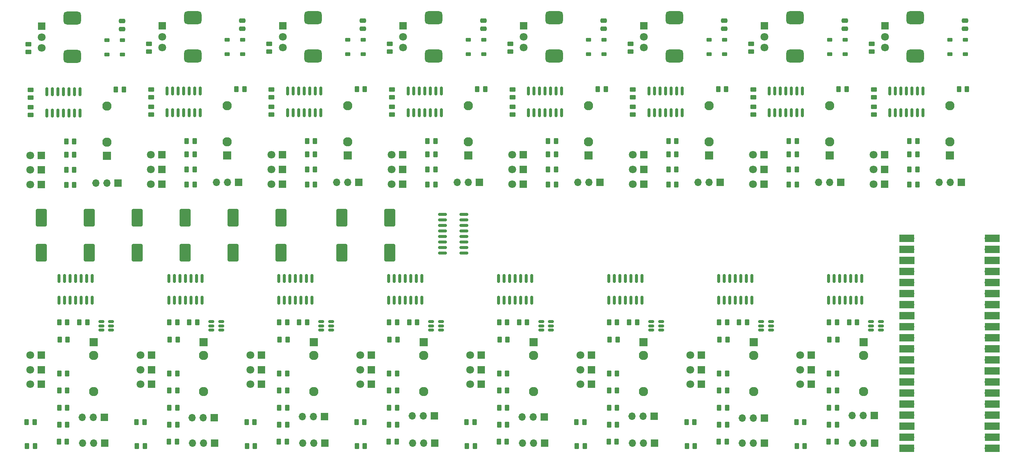
<source format=gbr>
%TF.GenerationSoftware,KiCad,Pcbnew,9.0.0*%
%TF.CreationDate,2025-06-12T15:06:47-04:00*%
%TF.ProjectId,Oblique Palette 0.5.1 PCB Main,4f626c69-7175-4652-9050-616c65747465,rev?*%
%TF.SameCoordinates,Original*%
%TF.FileFunction,Soldermask,Bot*%
%TF.FilePolarity,Negative*%
%FSLAX46Y46*%
G04 Gerber Fmt 4.6, Leading zero omitted, Abs format (unit mm)*
G04 Created by KiCad (PCBNEW 9.0.0) date 2025-06-12 15:06:47*
%MOMM*%
%LPD*%
G01*
G04 APERTURE LIST*
G04 Aperture macros list*
%AMRoundRect*
0 Rectangle with rounded corners*
0 $1 Rounding radius*
0 $2 $3 $4 $5 $6 $7 $8 $9 X,Y pos of 4 corners*
0 Add a 4 corners polygon primitive as box body*
4,1,4,$2,$3,$4,$5,$6,$7,$8,$9,$2,$3,0*
0 Add four circle primitives for the rounded corners*
1,1,$1+$1,$2,$3*
1,1,$1+$1,$4,$5*
1,1,$1+$1,$6,$7*
1,1,$1+$1,$8,$9*
0 Add four rect primitives between the rounded corners*
20,1,$1+$1,$2,$3,$4,$5,0*
20,1,$1+$1,$4,$5,$6,$7,0*
20,1,$1+$1,$6,$7,$8,$9,0*
20,1,$1+$1,$8,$9,$2,$3,0*%
G04 Aperture macros list end*
%ADD10RoundRect,0.150000X0.825000X0.150000X-0.825000X0.150000X-0.825000X-0.150000X0.825000X-0.150000X0*%
%ADD11R,1.700000X1.700000*%
%ADD12O,1.700000X1.700000*%
%ADD13R,1.800000X1.800000*%
%ADD14C,1.800000*%
%ADD15RoundRect,0.750000X-1.250000X-0.750000X1.250000X-0.750000X1.250000X0.750000X-1.250000X0.750000X0*%
%ADD16R,1.930000X1.830000*%
%ADD17C,2.130000*%
%ADD18RoundRect,0.250000X0.262500X0.450000X-0.262500X0.450000X-0.262500X-0.450000X0.262500X-0.450000X0*%
%ADD19RoundRect,0.250000X0.450000X-0.262500X0.450000X0.262500X-0.450000X0.262500X-0.450000X-0.262500X0*%
%ADD20RoundRect,0.250000X-0.262500X-0.450000X0.262500X-0.450000X0.262500X0.450000X-0.262500X0.450000X0*%
%ADD21RoundRect,0.150000X0.512500X0.150000X-0.512500X0.150000X-0.512500X-0.150000X0.512500X-0.150000X0*%
%ADD22RoundRect,0.225000X-0.375000X0.225000X-0.375000X-0.225000X0.375000X-0.225000X0.375000X0.225000X0*%
%ADD23RoundRect,0.250000X1.000000X-1.750000X1.000000X1.750000X-1.000000X1.750000X-1.000000X-1.750000X0*%
%ADD24RoundRect,0.150000X0.150000X-0.825000X0.150000X0.825000X-0.150000X0.825000X-0.150000X-0.825000X0*%
%ADD25RoundRect,0.250000X0.475000X-0.250000X0.475000X0.250000X-0.475000X0.250000X-0.475000X-0.250000X0*%
%ADD26R,3.500000X1.700000*%
G04 APERTURE END LIST*
D10*
%TO.C,U1*%
X115050000Y-67640000D03*
X115050000Y-68910000D03*
X115050000Y-70180000D03*
X115050000Y-71450000D03*
X115050000Y-72720000D03*
X115050000Y-73990000D03*
X115050000Y-75260000D03*
X115050000Y-76530000D03*
X120000000Y-76530000D03*
X120000000Y-75260000D03*
X120000000Y-73990000D03*
X120000000Y-72720000D03*
X120000000Y-71450000D03*
X120000000Y-70180000D03*
X120000000Y-68910000D03*
X120000000Y-67640000D03*
%TD*%
D11*
%TO.C,J56*%
X138525000Y-120180000D03*
D12*
X135985000Y-120180000D03*
X133445000Y-120180000D03*
%TD*%
D11*
%TO.C,J2*%
X37432763Y-114282794D03*
D12*
X34892763Y-114282794D03*
X32352763Y-114282794D03*
%TD*%
D13*
%TO.C,RV2*%
X50717000Y-24320000D03*
D14*
X50717000Y-26820000D03*
X50717000Y-29320000D03*
D15*
X57717000Y-22420000D03*
X57717000Y-31220000D03*
%TD*%
D13*
%TO.C,D75*%
X174500000Y-103350000D03*
D14*
X171960000Y-103350000D03*
%TD*%
D13*
%TO.C,D2*%
X23000000Y-60760000D03*
D14*
X20460000Y-60760000D03*
%TD*%
D13*
%TO.C,RV3*%
X78374000Y-24320000D03*
D14*
X78374000Y-26820000D03*
X78374000Y-29320000D03*
D15*
X85374000Y-22420000D03*
X85374000Y-31220000D03*
%TD*%
D16*
%TO.C,J42*%
X35000000Y-97000000D03*
D17*
X35000000Y-108400000D03*
X35000000Y-100100000D03*
%TD*%
D13*
%TO.C,D67*%
X124000000Y-103350000D03*
D14*
X121460000Y-103350000D03*
%TD*%
D11*
%TO.C,J16*%
X40580000Y-60410000D03*
D12*
X38040000Y-60410000D03*
X35500000Y-60410000D03*
%TD*%
D13*
%TO.C,D58*%
X73500000Y-106700000D03*
D14*
X70960000Y-106700000D03*
%TD*%
D13*
%TO.C,D32*%
X161285000Y-60670000D03*
D14*
X158745000Y-60670000D03*
%TD*%
D13*
%TO.C,D18*%
X78314000Y-53970000D03*
D14*
X75774000Y-53970000D03*
%TD*%
D13*
%TO.C,D78*%
X199750000Y-106700000D03*
D14*
X197210000Y-106700000D03*
%TD*%
D13*
%TO.C,D56*%
X48250000Y-100000000D03*
D14*
X45710000Y-100000000D03*
%TD*%
D13*
%TO.C,RV8*%
X216659000Y-24320000D03*
D14*
X216659000Y-26820000D03*
X216659000Y-29320000D03*
D15*
X223659000Y-22420000D03*
X223659000Y-31220000D03*
%TD*%
D13*
%TO.C,D24*%
X105971000Y-53970000D03*
D14*
X103431000Y-53970000D03*
%TD*%
D16*
%TO.C,J46*%
X60250000Y-97000000D03*
D17*
X60250000Y-108400000D03*
X60250000Y-100100000D03*
%TD*%
D11*
%TO.C,J44*%
X62775000Y-120180000D03*
D12*
X60235000Y-120180000D03*
X57695000Y-120180000D03*
%TD*%
D13*
%TO.C,D48*%
X216599000Y-53970000D03*
D14*
X214059000Y-53970000D03*
%TD*%
D13*
%TO.C,D36*%
X161285000Y-53970000D03*
D14*
X158745000Y-53970000D03*
%TD*%
D11*
%TO.C,J31*%
X178865000Y-60320000D03*
D12*
X176325000Y-60320000D03*
X173785000Y-60320000D03*
%TD*%
D11*
%TO.C,J7*%
X113193477Y-113958108D03*
D12*
X110653477Y-113958108D03*
X108113477Y-113958108D03*
%TD*%
D13*
%TO.C,RV4*%
X106031000Y-24320000D03*
D14*
X106031000Y-26820000D03*
X106031000Y-29320000D03*
D15*
X113031000Y-22420000D03*
X113031000Y-31220000D03*
%TD*%
D13*
%TO.C,D38*%
X188942000Y-60670000D03*
D14*
X186402000Y-60670000D03*
%TD*%
D11*
%TO.C,J13*%
X188954192Y-114445137D03*
D12*
X186414192Y-114445137D03*
X183874192Y-114445137D03*
%TD*%
D13*
%TO.C,D76*%
X174500000Y-100000000D03*
D14*
X171960000Y-100000000D03*
%TD*%
D13*
%TO.C,D66*%
X124000000Y-106700000D03*
D14*
X121460000Y-106700000D03*
%TD*%
D11*
%TO.C,J11*%
X163700620Y-114039279D03*
D12*
X161160620Y-114039279D03*
X158620620Y-114039279D03*
%TD*%
D13*
%TO.C,D64*%
X98750000Y-100000000D03*
D14*
X96210000Y-100000000D03*
%TD*%
D13*
%TO.C,RV5*%
X133688000Y-24320000D03*
D14*
X133688000Y-26820000D03*
X133688000Y-29320000D03*
D15*
X140688000Y-22420000D03*
X140688000Y-31220000D03*
%TD*%
D13*
%TO.C,D8*%
X50657000Y-60670000D03*
D14*
X48117000Y-60670000D03*
%TD*%
D11*
%TO.C,J4*%
X62686334Y-114363965D03*
D12*
X60146334Y-114363965D03*
X57606334Y-114363965D03*
%TD*%
D13*
%TO.C,D71*%
X149250000Y-103350000D03*
D14*
X146710000Y-103350000D03*
%TD*%
D11*
%TO.C,J25*%
X123551000Y-60320000D03*
D12*
X121011000Y-60320000D03*
X118471000Y-60320000D03*
%TD*%
D11*
%TO.C,J14*%
X214207763Y-113876936D03*
D12*
X211667763Y-113876936D03*
X209127763Y-113876936D03*
%TD*%
D16*
%TO.C,J17*%
X38000000Y-54190000D03*
D17*
X38000000Y-42790000D03*
X38000000Y-51090000D03*
%TD*%
D13*
%TO.C,D74*%
X174500000Y-106700000D03*
D14*
X171960000Y-106700000D03*
%TD*%
D13*
%TO.C,D68*%
X124000000Y-100000000D03*
D14*
X121460000Y-100000000D03*
%TD*%
D16*
%TO.C,J20*%
X65657000Y-54100000D03*
D17*
X65657000Y-42700000D03*
X65657000Y-51000000D03*
%TD*%
D11*
%TO.C,J40*%
X37525000Y-120180000D03*
D12*
X34985000Y-120180000D03*
X32445000Y-120180000D03*
%TD*%
D11*
%TO.C,J9*%
X138447049Y-114201622D03*
D12*
X135907049Y-114201622D03*
X133367049Y-114201622D03*
%TD*%
D13*
%TO.C,D80*%
X199750000Y-100000000D03*
D14*
X197210000Y-100000000D03*
%TD*%
D13*
%TO.C,D3*%
X23000000Y-57410000D03*
D14*
X20460000Y-57410000D03*
%TD*%
D13*
%TO.C,D62*%
X98750000Y-106700000D03*
D14*
X96210000Y-106700000D03*
%TD*%
D13*
%TO.C,D50*%
X23000000Y-106700000D03*
D14*
X20460000Y-106700000D03*
%TD*%
D16*
%TO.C,J32*%
X176285000Y-54100000D03*
D17*
X176285000Y-42700000D03*
X176285000Y-51000000D03*
%TD*%
D13*
%TO.C,D15*%
X78314000Y-57320000D03*
D14*
X75774000Y-57320000D03*
%TD*%
D11*
%TO.C,J22*%
X95894000Y-60320000D03*
D12*
X93354000Y-60320000D03*
X90814000Y-60320000D03*
%TD*%
D16*
%TO.C,J66*%
X186500000Y-97000000D03*
D17*
X186500000Y-108400000D03*
X186500000Y-100100000D03*
%TD*%
D11*
%TO.C,J28*%
X151208000Y-60320000D03*
D12*
X148668000Y-60320000D03*
X146128000Y-60320000D03*
%TD*%
D13*
%TO.C,D14*%
X78314000Y-60670000D03*
D14*
X75774000Y-60670000D03*
%TD*%
D13*
%TO.C,RV6*%
X161345000Y-24320000D03*
D14*
X161345000Y-26820000D03*
X161345000Y-29320000D03*
D15*
X168345000Y-22420000D03*
X168345000Y-31220000D03*
%TD*%
D13*
%TO.C,D59*%
X73500000Y-103350000D03*
D14*
X70960000Y-103350000D03*
%TD*%
D16*
%TO.C,J62*%
X161250000Y-97000000D03*
D17*
X161250000Y-108400000D03*
X161250000Y-100100000D03*
%TD*%
D13*
%TO.C,D60*%
X73500000Y-100000000D03*
D14*
X70960000Y-100000000D03*
%TD*%
D11*
%TO.C,J19*%
X68237000Y-60320000D03*
D12*
X65697000Y-60320000D03*
X63157000Y-60320000D03*
%TD*%
D13*
%TO.C,D30*%
X133628000Y-53970000D03*
D14*
X131088000Y-53970000D03*
%TD*%
D13*
%TO.C,D63*%
X98750000Y-103350000D03*
D14*
X96210000Y-103350000D03*
%TD*%
D11*
%TO.C,J64*%
X189025000Y-120180000D03*
D12*
X186485000Y-120180000D03*
X183945000Y-120180000D03*
%TD*%
D13*
%TO.C,D42*%
X188942000Y-53970000D03*
D14*
X186402000Y-53970000D03*
%TD*%
D11*
%TO.C,J34*%
X206522000Y-60320000D03*
D12*
X203982000Y-60320000D03*
X201442000Y-60320000D03*
%TD*%
D16*
%TO.C,J35*%
X203942000Y-54100000D03*
D17*
X203942000Y-42700000D03*
X203942000Y-51000000D03*
%TD*%
D16*
%TO.C,J23*%
X93314000Y-54100000D03*
D17*
X93314000Y-42700000D03*
X93314000Y-51000000D03*
%TD*%
D11*
%TO.C,J68*%
X214275000Y-120180000D03*
D12*
X211735000Y-120180000D03*
X209195000Y-120180000D03*
%TD*%
D16*
%TO.C,J29*%
X148628000Y-54100000D03*
D17*
X148628000Y-42700000D03*
X148628000Y-51000000D03*
%TD*%
D13*
%TO.C,D26*%
X133628000Y-60670000D03*
D14*
X131088000Y-60670000D03*
%TD*%
D16*
%TO.C,J58*%
X136000000Y-97000000D03*
D17*
X136000000Y-108400000D03*
X136000000Y-100100000D03*
%TD*%
D13*
%TO.C,D20*%
X105971000Y-60670000D03*
D14*
X103431000Y-60670000D03*
%TD*%
D13*
%TO.C,RV1*%
X23060000Y-24410000D03*
D14*
X23060000Y-26910000D03*
X23060000Y-29410000D03*
D15*
X30060000Y-22510000D03*
X30060000Y-31310000D03*
%TD*%
D16*
%TO.C,J70*%
X211750000Y-97000000D03*
D17*
X211750000Y-108400000D03*
X211750000Y-100100000D03*
%TD*%
D13*
%TO.C,D21*%
X105971000Y-57320000D03*
D14*
X103431000Y-57320000D03*
%TD*%
D13*
%TO.C,D45*%
X216599000Y-57320000D03*
D14*
X214059000Y-57320000D03*
%TD*%
D16*
%TO.C,J26*%
X120971000Y-54100000D03*
D17*
X120971000Y-42700000D03*
X120971000Y-51000000D03*
%TD*%
D13*
%TO.C,D72*%
X149250000Y-100000000D03*
D14*
X146710000Y-100000000D03*
%TD*%
D13*
%TO.C,D44*%
X216599000Y-60670000D03*
D14*
X214059000Y-60670000D03*
%TD*%
D13*
%TO.C,D55*%
X48250000Y-103350000D03*
D14*
X45710000Y-103350000D03*
%TD*%
D13*
%TO.C,D39*%
X188942000Y-57320000D03*
D14*
X186402000Y-57320000D03*
%TD*%
D16*
%TO.C,J38*%
X231599000Y-54100000D03*
D17*
X231599000Y-42700000D03*
X231599000Y-51000000D03*
%TD*%
D11*
%TO.C,J37*%
X234179000Y-60320000D03*
D12*
X231639000Y-60320000D03*
X229099000Y-60320000D03*
%TD*%
D13*
%TO.C,D27*%
X133628000Y-57320000D03*
D14*
X131088000Y-57320000D03*
%TD*%
D13*
%TO.C,D70*%
X149250000Y-106700000D03*
D14*
X146710000Y-106700000D03*
%TD*%
D11*
%TO.C,J5*%
X87939906Y-114120451D03*
D12*
X85399906Y-114120451D03*
X82859906Y-114120451D03*
%TD*%
D16*
%TO.C,J54*%
X110750000Y-97000000D03*
D17*
X110750000Y-108400000D03*
X110750000Y-100100000D03*
%TD*%
D13*
%TO.C,D54*%
X48250000Y-106700000D03*
D14*
X45710000Y-106700000D03*
%TD*%
D13*
%TO.C,D52*%
X23000000Y-100000000D03*
D14*
X20460000Y-100000000D03*
%TD*%
D13*
%TO.C,D6*%
X23000000Y-54060000D03*
D14*
X20460000Y-54060000D03*
%TD*%
D13*
%TO.C,D12*%
X50657000Y-53970000D03*
D14*
X48117000Y-53970000D03*
%TD*%
D13*
%TO.C,D9*%
X50657000Y-57320000D03*
D14*
X48117000Y-57320000D03*
%TD*%
D11*
%TO.C,J48*%
X88025000Y-120180000D03*
D12*
X85485000Y-120180000D03*
X82945000Y-120180000D03*
%TD*%
D13*
%TO.C,D51*%
X23000000Y-103350000D03*
D14*
X20460000Y-103350000D03*
%TD*%
D13*
%TO.C,D79*%
X199750000Y-103350000D03*
D14*
X197210000Y-103350000D03*
%TD*%
D13*
%TO.C,RV7*%
X189002000Y-24320000D03*
D14*
X189002000Y-26820000D03*
X189002000Y-29320000D03*
D15*
X196002000Y-22420000D03*
X196002000Y-31220000D03*
%TD*%
D13*
%TO.C,D33*%
X161285000Y-57320000D03*
D14*
X158745000Y-57320000D03*
%TD*%
D11*
%TO.C,J52*%
X113275000Y-120180000D03*
D12*
X110735000Y-120180000D03*
X108195000Y-120180000D03*
%TD*%
D16*
%TO.C,J50*%
X85500000Y-97000000D03*
D17*
X85500000Y-108400000D03*
X85500000Y-100100000D03*
%TD*%
D11*
%TO.C,J60*%
X163775000Y-120180000D03*
D12*
X161235000Y-120180000D03*
X158695000Y-120180000D03*
%TD*%
D18*
%TO.C,R116*%
X54162500Y-104195700D03*
X52337500Y-104195700D03*
%TD*%
D19*
%TO.C,R22*%
X75814000Y-40732500D03*
X75814000Y-38907500D03*
%TD*%
D20*
%TO.C,R161*%
X67744500Y-38820000D03*
X69569500Y-38820000D03*
%TD*%
%TO.C,R31*%
X111646000Y-53820000D03*
X113471000Y-53820000D03*
%TD*%
%TO.C,R152*%
X203750000Y-119910000D03*
X205575000Y-119910000D03*
%TD*%
D18*
%TO.C,R101*%
X196442000Y-50820000D03*
X194617000Y-50820000D03*
%TD*%
D20*
%TO.C,R136*%
X171087500Y-115410000D03*
X172912500Y-115410000D03*
%TD*%
%TO.C,R97*%
X77500000Y-119910000D03*
X79325000Y-119910000D03*
%TD*%
D18*
%TO.C,R94*%
X168785000Y-50820000D03*
X166960000Y-50820000D03*
%TD*%
D20*
%TO.C,R114*%
X120587500Y-115410000D03*
X122412500Y-115410000D03*
%TD*%
%TO.C,R117*%
X128087500Y-112052900D03*
X129912500Y-112052900D03*
%TD*%
D19*
%TO.C,R4*%
X20500000Y-44822500D03*
X20500000Y-42997500D03*
%TD*%
D18*
%TO.C,R123*%
X79412500Y-104195700D03*
X77587500Y-104195700D03*
%TD*%
D21*
%TO.C,U11*%
X39000000Y-92310000D03*
X39000000Y-93260000D03*
X39000000Y-94210000D03*
X36725000Y-94210000D03*
X36725000Y-93260000D03*
X36725000Y-92310000D03*
%TD*%
D20*
%TO.C,R74*%
X27087500Y-115981400D03*
X28912500Y-115981400D03*
%TD*%
D18*
%TO.C,R79*%
X85814000Y-50820000D03*
X83989000Y-50820000D03*
%TD*%
D20*
%TO.C,R53*%
X194617000Y-57320000D03*
X196442000Y-57320000D03*
%TD*%
D22*
%TO.C,D41*%
X207492000Y-27520000D03*
X207492000Y-30820000D03*
%TD*%
D20*
%TO.C,R61*%
X222274000Y-57320000D03*
X224099000Y-57320000D03*
%TD*%
D19*
%TO.C,R52*%
X186442000Y-44732500D03*
X186442000Y-42907500D03*
%TD*%
%TO.C,R12*%
X48157000Y-44732500D03*
X48157000Y-42907500D03*
%TD*%
D18*
%TO.C,R98*%
X104662500Y-92410000D03*
X102837500Y-92410000D03*
%TD*%
D23*
%TO.C,C4*%
X45000000Y-76410000D03*
X45000000Y-68410000D03*
%TD*%
D20*
%TO.C,R27*%
X111646000Y-60820000D03*
X113471000Y-60820000D03*
%TD*%
D22*
%TO.C,D29*%
X152178000Y-27520000D03*
X152178000Y-30820000D03*
%TD*%
D23*
%TO.C,C2*%
X56000000Y-76410000D03*
X56000000Y-68410000D03*
%TD*%
D20*
%TO.C,R81*%
X44837500Y-115410000D03*
X46662500Y-115410000D03*
%TD*%
D18*
%TO.C,R100*%
X104750000Y-96410000D03*
X102925000Y-96410000D03*
%TD*%
D19*
%TO.C,R16*%
X47657000Y-30232500D03*
X47657000Y-28407500D03*
%TD*%
D24*
%TO.C,U4*%
X59467000Y-44270000D03*
X58197000Y-44270000D03*
X56927000Y-44270000D03*
X55657000Y-44270000D03*
X54387000Y-44270000D03*
X53117000Y-44270000D03*
X51847000Y-44270000D03*
X51847000Y-39320000D03*
X53117000Y-39320000D03*
X54387000Y-39320000D03*
X55657000Y-39320000D03*
X56927000Y-39320000D03*
X58197000Y-39320000D03*
X59467000Y-39320000D03*
%TD*%
D25*
%TO.C,C14*%
X179756000Y-24995700D03*
X179756000Y-23095700D03*
%TD*%
D18*
%TO.C,R138*%
X155162500Y-104195700D03*
X153337500Y-104195700D03*
%TD*%
D19*
%TO.C,R30*%
X103471000Y-40732500D03*
X103471000Y-38907500D03*
%TD*%
D20*
%TO.C,R141*%
X178500000Y-119910000D03*
X180325000Y-119910000D03*
%TD*%
D24*
%TO.C,U9*%
X197752000Y-44270000D03*
X196482000Y-44270000D03*
X195212000Y-44270000D03*
X193942000Y-44270000D03*
X192672000Y-44270000D03*
X191402000Y-44270000D03*
X190132000Y-44270000D03*
X190132000Y-39320000D03*
X191402000Y-39320000D03*
X192672000Y-39320000D03*
X193942000Y-39320000D03*
X195212000Y-39320000D03*
X196482000Y-39320000D03*
X197752000Y-39320000D03*
%TD*%
%TO.C,U7*%
X142438000Y-44270000D03*
X141168000Y-44270000D03*
X139898000Y-44270000D03*
X138628000Y-44270000D03*
X137358000Y-44270000D03*
X136088000Y-44270000D03*
X134818000Y-44270000D03*
X134818000Y-39320000D03*
X136088000Y-39320000D03*
X137358000Y-39320000D03*
X138628000Y-39320000D03*
X139898000Y-39320000D03*
X141168000Y-39320000D03*
X142438000Y-39320000D03*
%TD*%
D20*
%TO.C,R73*%
X27087500Y-112052900D03*
X28912500Y-112052900D03*
%TD*%
%TO.C,R129*%
X153337500Y-115981400D03*
X155162500Y-115981400D03*
%TD*%
D19*
%TO.C,R46*%
X158785000Y-40732500D03*
X158785000Y-38907500D03*
%TD*%
D20*
%TO.C,R125*%
X145837500Y-115410000D03*
X147662500Y-115410000D03*
%TD*%
%TO.C,R147*%
X196337500Y-115410000D03*
X198162500Y-115410000D03*
%TD*%
%TO.C,R139*%
X178587500Y-112052900D03*
X180412500Y-112052900D03*
%TD*%
%TO.C,R11*%
X56332000Y-60820000D03*
X58157000Y-60820000D03*
%TD*%
%TO.C,R84*%
X52337500Y-112052900D03*
X54162500Y-112052900D03*
%TD*%
%TO.C,R21*%
X83989000Y-57320000D03*
X85814000Y-57320000D03*
%TD*%
%TO.C,R63*%
X222274000Y-53820000D03*
X224099000Y-53820000D03*
%TD*%
D24*
%TO.C,U3*%
X31810000Y-44360000D03*
X30540000Y-44360000D03*
X29270000Y-44360000D03*
X28000000Y-44360000D03*
X26730000Y-44360000D03*
X25460000Y-44360000D03*
X24190000Y-44360000D03*
X24190000Y-39410000D03*
X25460000Y-39410000D03*
X26730000Y-39410000D03*
X28000000Y-39410000D03*
X29270000Y-39410000D03*
X30540000Y-39410000D03*
X31810000Y-39410000D03*
%TD*%
D21*
%TO.C,U23*%
X190500000Y-92310000D03*
X190500000Y-93260000D03*
X190500000Y-94210000D03*
X188225000Y-94210000D03*
X188225000Y-93260000D03*
X188225000Y-92310000D03*
%TD*%
D20*
%TO.C,R19*%
X83989000Y-60820000D03*
X85814000Y-60820000D03*
%TD*%
D24*
%TO.C,U5*%
X87124000Y-44270000D03*
X85854000Y-44270000D03*
X84584000Y-44270000D03*
X83314000Y-44270000D03*
X82044000Y-44270000D03*
X80774000Y-44270000D03*
X79504000Y-44270000D03*
X79504000Y-39320000D03*
X80774000Y-39320000D03*
X82044000Y-39320000D03*
X83314000Y-39320000D03*
X84584000Y-39320000D03*
X85854000Y-39320000D03*
X87124000Y-39320000D03*
%TD*%
D20*
%TO.C,R168*%
X208425000Y-92410000D03*
X210250000Y-92410000D03*
%TD*%
D21*
%TO.C,U13*%
X64250000Y-92310000D03*
X64250000Y-93260000D03*
X64250000Y-94210000D03*
X61975000Y-94210000D03*
X61975000Y-93260000D03*
X61975000Y-92310000D03*
%TD*%
D18*
%TO.C,R122*%
X155250000Y-96410000D03*
X153425000Y-96410000D03*
%TD*%
D23*
%TO.C,C5*%
X78000000Y-76410000D03*
X78000000Y-68410000D03*
%TD*%
D20*
%TO.C,R164*%
X150715500Y-38820000D03*
X152540500Y-38820000D03*
%TD*%
D25*
%TO.C,C16*%
X235070000Y-24995700D03*
X235070000Y-23095700D03*
%TD*%
D20*
%TO.C,R45*%
X166960000Y-57320000D03*
X168785000Y-57320000D03*
%TD*%
D19*
%TO.C,R40*%
X130628000Y-30232500D03*
X130628000Y-28407500D03*
%TD*%
%TO.C,R62*%
X214099000Y-40732500D03*
X214099000Y-38907500D03*
%TD*%
D20*
%TO.C,R154*%
X56925000Y-92410000D03*
X58750000Y-92410000D03*
%TD*%
%TO.C,R153*%
X31675000Y-92410000D03*
X33500000Y-92410000D03*
%TD*%
D18*
%TO.C,R111*%
X130000000Y-96410000D03*
X128175000Y-96410000D03*
%TD*%
%TO.C,R68*%
X30500000Y-50910000D03*
X28675000Y-50910000D03*
%TD*%
D20*
%TO.C,R107*%
X102837500Y-115981400D03*
X104662500Y-115981400D03*
%TD*%
D18*
%TO.C,R131*%
X180412500Y-92410000D03*
X178587500Y-92410000D03*
%TD*%
D20*
%TO.C,R140*%
X178587500Y-115981400D03*
X180412500Y-115981400D03*
%TD*%
D24*
%TO.C,U18*%
X110350000Y-87360000D03*
X109080000Y-87360000D03*
X107810000Y-87360000D03*
X106540000Y-87360000D03*
X105270000Y-87360000D03*
X104000000Y-87360000D03*
X102730000Y-87360000D03*
X102730000Y-82410000D03*
X104000000Y-82410000D03*
X105270000Y-82410000D03*
X106540000Y-82410000D03*
X107810000Y-82410000D03*
X109080000Y-82410000D03*
X110350000Y-82410000D03*
%TD*%
D22*
%TO.C,D46*%
X231599000Y-27520000D03*
X231599000Y-30820000D03*
%TD*%
D20*
%TO.C,R135*%
X178587500Y-108124300D03*
X180412500Y-108124300D03*
%TD*%
D22*
%TO.C,D47*%
X235149000Y-27520000D03*
X235149000Y-30820000D03*
%TD*%
D18*
%TO.C,R93*%
X72000000Y-120910000D03*
X70175000Y-120910000D03*
%TD*%
D22*
%TO.C,D4*%
X38000000Y-27610000D03*
X38000000Y-30910000D03*
%TD*%
D19*
%TO.C,R38*%
X131128000Y-40732500D03*
X131128000Y-38907500D03*
%TD*%
D20*
%TO.C,R118*%
X128087500Y-115981400D03*
X129912500Y-115981400D03*
%TD*%
D23*
%TO.C,C6*%
X34000000Y-76410000D03*
X34000000Y-68410000D03*
%TD*%
D21*
%TO.C,U25*%
X215750000Y-92310000D03*
X215750000Y-93260000D03*
X215750000Y-94210000D03*
X213475000Y-94210000D03*
X213475000Y-93260000D03*
X213475000Y-92310000D03*
%TD*%
D20*
%TO.C,R160*%
X40087500Y-38910000D03*
X41912500Y-38910000D03*
%TD*%
%TO.C,R70*%
X19587500Y-115410000D03*
X21412500Y-115410000D03*
%TD*%
D18*
%TO.C,R149*%
X205662500Y-104195700D03*
X203837500Y-104195700D03*
%TD*%
D19*
%TO.C,R56*%
X185942000Y-30232500D03*
X185942000Y-28407500D03*
%TD*%
D20*
%TO.C,R7*%
X28675000Y-53910000D03*
X30500000Y-53910000D03*
%TD*%
%TO.C,R5*%
X28675000Y-57410000D03*
X30500000Y-57410000D03*
%TD*%
D18*
%TO.C,R145*%
X180412500Y-104195700D03*
X178587500Y-104195700D03*
%TD*%
D23*
%TO.C,C1*%
X103000000Y-76410000D03*
X103000000Y-68410000D03*
%TD*%
D21*
%TO.C,U19*%
X140000000Y-92310000D03*
X140000000Y-93260000D03*
X140000000Y-94210000D03*
X137725000Y-94210000D03*
X137725000Y-93260000D03*
X137725000Y-92310000D03*
%TD*%
D20*
%TO.C,R39*%
X139303000Y-53820000D03*
X141128000Y-53820000D03*
%TD*%
%TO.C,R157*%
X132675000Y-92410000D03*
X134500000Y-92410000D03*
%TD*%
%TO.C,R43*%
X166960000Y-60820000D03*
X168785000Y-60820000D03*
%TD*%
D18*
%TO.C,R148*%
X198250000Y-120910000D03*
X196425000Y-120910000D03*
%TD*%
D20*
%TO.C,R128*%
X153337500Y-112052900D03*
X155162500Y-112052900D03*
%TD*%
D24*
%TO.C,U20*%
X135600000Y-87360000D03*
X134330000Y-87360000D03*
X133060000Y-87360000D03*
X131790000Y-87360000D03*
X130520000Y-87360000D03*
X129250000Y-87360000D03*
X127980000Y-87360000D03*
X127980000Y-82410000D03*
X129250000Y-82410000D03*
X130520000Y-82410000D03*
X131790000Y-82410000D03*
X133060000Y-82410000D03*
X134330000Y-82410000D03*
X135600000Y-82410000D03*
%TD*%
%TO.C,U22*%
X160850000Y-87360000D03*
X159580000Y-87360000D03*
X158310000Y-87360000D03*
X157040000Y-87360000D03*
X155770000Y-87360000D03*
X154500000Y-87360000D03*
X153230000Y-87360000D03*
X153230000Y-82410000D03*
X154500000Y-82410000D03*
X155770000Y-82410000D03*
X157040000Y-82410000D03*
X158310000Y-82410000D03*
X159580000Y-82410000D03*
X160850000Y-82410000D03*
%TD*%
D21*
%TO.C,U21*%
X165250000Y-92310000D03*
X165250000Y-93260000D03*
X165250000Y-94210000D03*
X162975000Y-94210000D03*
X162975000Y-93260000D03*
X162975000Y-92310000D03*
%TD*%
D20*
%TO.C,R158*%
X157925000Y-92410000D03*
X159750000Y-92410000D03*
%TD*%
%TO.C,R95*%
X77587500Y-112052900D03*
X79412500Y-112052900D03*
%TD*%
D12*
%TO.C,U2*%
X240390000Y-73150000D03*
D26*
X241290000Y-73150000D03*
D12*
X240390000Y-75690000D03*
D26*
X241290000Y-75690000D03*
D11*
X240390000Y-78230000D03*
D26*
X241290000Y-78230000D03*
D12*
X240390000Y-80770000D03*
D26*
X241290000Y-80770000D03*
D12*
X240390000Y-83310000D03*
D26*
X241290000Y-83310000D03*
D12*
X240390000Y-85850000D03*
D26*
X241290000Y-85850000D03*
D12*
X240390000Y-88390000D03*
D26*
X241290000Y-88390000D03*
D11*
X240390000Y-90930000D03*
D26*
X241290000Y-90930000D03*
D12*
X240390000Y-93470000D03*
D26*
X241290000Y-93470000D03*
D12*
X240390000Y-96010000D03*
D26*
X241290000Y-96010000D03*
D12*
X240390000Y-98550000D03*
D26*
X241290000Y-98550000D03*
D12*
X240390000Y-101090000D03*
D26*
X241290000Y-101090000D03*
D11*
X240390000Y-103630000D03*
D26*
X241290000Y-103630000D03*
D12*
X240390000Y-106170000D03*
D26*
X241290000Y-106170000D03*
D12*
X240390000Y-108710000D03*
D26*
X241290000Y-108710000D03*
D12*
X240390000Y-111250000D03*
D26*
X241290000Y-111250000D03*
D12*
X240390000Y-113790000D03*
D26*
X241290000Y-113790000D03*
D11*
X240390000Y-116330000D03*
D26*
X241290000Y-116330000D03*
D12*
X240390000Y-118870000D03*
D26*
X241290000Y-118870000D03*
D12*
X240390000Y-121410000D03*
D26*
X241290000Y-121410000D03*
D12*
X222610000Y-121410000D03*
D26*
X221710000Y-121410000D03*
D12*
X222610000Y-118870000D03*
D26*
X221710000Y-118870000D03*
D11*
X222610000Y-116330000D03*
D26*
X221710000Y-116330000D03*
D12*
X222610000Y-113790000D03*
D26*
X221710000Y-113790000D03*
D12*
X222610000Y-111250000D03*
D26*
X221710000Y-111250000D03*
D12*
X222610000Y-108710000D03*
D26*
X221710000Y-108710000D03*
D12*
X222610000Y-106170000D03*
D26*
X221710000Y-106170000D03*
D11*
X222610000Y-103630000D03*
D26*
X221710000Y-103630000D03*
D12*
X222610000Y-101090000D03*
D26*
X221710000Y-101090000D03*
D12*
X222610000Y-98550000D03*
D26*
X221710000Y-98550000D03*
D12*
X222610000Y-96010000D03*
D26*
X221710000Y-96010000D03*
D12*
X222610000Y-93470000D03*
D26*
X221710000Y-93470000D03*
D11*
X222610000Y-90930000D03*
D26*
X221710000Y-90930000D03*
D12*
X222610000Y-88390000D03*
D26*
X221710000Y-88390000D03*
D12*
X222610000Y-85850000D03*
D26*
X221710000Y-85850000D03*
D12*
X222610000Y-83310000D03*
D26*
X221710000Y-83310000D03*
D12*
X222610000Y-80770000D03*
D26*
X221710000Y-80770000D03*
D11*
X222610000Y-78230000D03*
D26*
X221710000Y-78230000D03*
D12*
X222610000Y-75690000D03*
D26*
X221710000Y-75690000D03*
D12*
X222610000Y-73150000D03*
D26*
X221710000Y-73150000D03*
%TD*%
D22*
%TO.C,D5*%
X41550000Y-27610000D03*
X41550000Y-30910000D03*
%TD*%
D20*
%TO.C,R163*%
X123058500Y-38820000D03*
X124883500Y-38820000D03*
%TD*%
D18*
%TO.C,R90*%
X141128000Y-50820000D03*
X139303000Y-50820000D03*
%TD*%
D20*
%TO.C,R59*%
X222274000Y-60820000D03*
X224099000Y-60820000D03*
%TD*%
D19*
%TO.C,R20*%
X75814000Y-44732500D03*
X75814000Y-42907500D03*
%TD*%
%TO.C,R8*%
X20000000Y-30322500D03*
X20000000Y-28497500D03*
%TD*%
D20*
%TO.C,R155*%
X82175000Y-92410000D03*
X84000000Y-92410000D03*
%TD*%
%TO.C,R124*%
X153337500Y-108124300D03*
X155162500Y-108124300D03*
%TD*%
%TO.C,R80*%
X52337500Y-108124300D03*
X54162500Y-108124300D03*
%TD*%
D22*
%TO.C,D10*%
X65657000Y-27520000D03*
X65657000Y-30820000D03*
%TD*%
D20*
%TO.C,R96*%
X77587500Y-115981400D03*
X79412500Y-115981400D03*
%TD*%
%TO.C,R55*%
X194617000Y-53820000D03*
X196442000Y-53820000D03*
%TD*%
%TO.C,R75*%
X27000000Y-119910000D03*
X28825000Y-119910000D03*
%TD*%
%TO.C,R35*%
X139303000Y-60820000D03*
X141128000Y-60820000D03*
%TD*%
%TO.C,R165*%
X178372500Y-38820000D03*
X180197500Y-38820000D03*
%TD*%
D22*
%TO.C,D28*%
X148628000Y-27520000D03*
X148628000Y-30820000D03*
%TD*%
D25*
%TO.C,C12*%
X124442000Y-24995700D03*
X124442000Y-23095700D03*
%TD*%
D19*
%TO.C,R64*%
X213599000Y-30232500D03*
X213599000Y-28407500D03*
%TD*%
D18*
%TO.C,R83*%
X113471000Y-50820000D03*
X111646000Y-50820000D03*
%TD*%
D22*
%TO.C,D35*%
X179835000Y-27520000D03*
X179835000Y-30820000D03*
%TD*%
D25*
%TO.C,C15*%
X207413000Y-24995700D03*
X207413000Y-23095700D03*
%TD*%
D18*
%TO.C,R133*%
X180500000Y-96410000D03*
X178675000Y-96410000D03*
%TD*%
D20*
%TO.C,R85*%
X52337500Y-115981400D03*
X54162500Y-115981400D03*
%TD*%
D19*
%TO.C,R32*%
X102971000Y-30232500D03*
X102971000Y-28407500D03*
%TD*%
D24*
%TO.C,U10*%
X225409000Y-44270000D03*
X224139000Y-44270000D03*
X222869000Y-44270000D03*
X221599000Y-44270000D03*
X220329000Y-44270000D03*
X219059000Y-44270000D03*
X217789000Y-44270000D03*
X217789000Y-39320000D03*
X219059000Y-39320000D03*
X220329000Y-39320000D03*
X221599000Y-39320000D03*
X222869000Y-39320000D03*
X224139000Y-39320000D03*
X225409000Y-39320000D03*
%TD*%
D19*
%TO.C,R54*%
X186442000Y-40732500D03*
X186442000Y-38907500D03*
%TD*%
D20*
%TO.C,R37*%
X139303000Y-57320000D03*
X141128000Y-57320000D03*
%TD*%
%TO.C,R69*%
X27087500Y-108124300D03*
X28912500Y-108124300D03*
%TD*%
%TO.C,R108*%
X102750000Y-119910000D03*
X104575000Y-119910000D03*
%TD*%
D24*
%TO.C,U26*%
X211350000Y-87360000D03*
X210080000Y-87360000D03*
X208810000Y-87360000D03*
X207540000Y-87360000D03*
X206270000Y-87360000D03*
X205000000Y-87360000D03*
X203730000Y-87360000D03*
X203730000Y-82410000D03*
X205000000Y-82410000D03*
X206270000Y-82410000D03*
X207540000Y-82410000D03*
X208810000Y-82410000D03*
X210080000Y-82410000D03*
X211350000Y-82410000D03*
%TD*%
D19*
%TO.C,R28*%
X103471000Y-44732500D03*
X103471000Y-42907500D03*
%TD*%
D20*
%TO.C,R156*%
X107425000Y-92410000D03*
X109250000Y-92410000D03*
%TD*%
D22*
%TO.C,D16*%
X93314000Y-27520000D03*
X93314000Y-30820000D03*
%TD*%
D20*
%TO.C,R150*%
X203837500Y-112052900D03*
X205662500Y-112052900D03*
%TD*%
D21*
%TO.C,U15*%
X89500000Y-92310000D03*
X89500000Y-93260000D03*
X89500000Y-94210000D03*
X87225000Y-94210000D03*
X87225000Y-93260000D03*
X87225000Y-92310000D03*
%TD*%
D18*
%TO.C,R109*%
X129912500Y-92410000D03*
X128087500Y-92410000D03*
%TD*%
D23*
%TO.C,C8*%
X23000000Y-76410000D03*
X23000000Y-68410000D03*
%TD*%
D20*
%TO.C,R106*%
X102837500Y-112052900D03*
X104662500Y-112052900D03*
%TD*%
%TO.C,R15*%
X56332000Y-53820000D03*
X58157000Y-53820000D03*
%TD*%
D23*
%TO.C,C3*%
X92000000Y-76410000D03*
X92000000Y-68410000D03*
%TD*%
D25*
%TO.C,C10*%
X69128000Y-24995700D03*
X69128000Y-23095700D03*
%TD*%
D18*
%TO.C,R127*%
X104662500Y-104195700D03*
X102837500Y-104195700D03*
%TD*%
D20*
%TO.C,R103*%
X95337500Y-115410000D03*
X97162500Y-115410000D03*
%TD*%
D19*
%TO.C,R36*%
X131128000Y-44732500D03*
X131128000Y-42907500D03*
%TD*%
D25*
%TO.C,C11*%
X96785000Y-24995700D03*
X96785000Y-23095700D03*
%TD*%
D18*
%TO.C,R78*%
X54250000Y-96410000D03*
X52425000Y-96410000D03*
%TD*%
%TO.C,R134*%
X129912500Y-104195700D03*
X128087500Y-104195700D03*
%TD*%
D20*
%TO.C,R146*%
X203837500Y-108124300D03*
X205662500Y-108124300D03*
%TD*%
D18*
%TO.C,R126*%
X147750000Y-120910000D03*
X145925000Y-120910000D03*
%TD*%
D25*
%TO.C,C9*%
X41471000Y-25085700D03*
X41471000Y-23185700D03*
%TD*%
D24*
%TO.C,U24*%
X186100000Y-87360000D03*
X184830000Y-87360000D03*
X183560000Y-87360000D03*
X182290000Y-87360000D03*
X181020000Y-87360000D03*
X179750000Y-87360000D03*
X178480000Y-87360000D03*
X178480000Y-82410000D03*
X179750000Y-82410000D03*
X181020000Y-82410000D03*
X182290000Y-82410000D03*
X183560000Y-82410000D03*
X184830000Y-82410000D03*
X186100000Y-82410000D03*
%TD*%
D18*
%TO.C,R76*%
X54162500Y-92410000D03*
X52337500Y-92410000D03*
%TD*%
D20*
%TO.C,R23*%
X83989000Y-53820000D03*
X85814000Y-53820000D03*
%TD*%
D19*
%TO.C,R24*%
X75314000Y-30232500D03*
X75314000Y-28407500D03*
%TD*%
D20*
%TO.C,R3*%
X28675000Y-60910000D03*
X30500000Y-60910000D03*
%TD*%
%TO.C,R86*%
X52250000Y-119910000D03*
X54075000Y-119910000D03*
%TD*%
D25*
%TO.C,C13*%
X152099000Y-24995700D03*
X152099000Y-23095700D03*
%TD*%
D19*
%TO.C,R60*%
X214099000Y-44732500D03*
X214099000Y-42907500D03*
%TD*%
D20*
%TO.C,R119*%
X128000000Y-119910000D03*
X129825000Y-119910000D03*
%TD*%
%TO.C,R166*%
X206029500Y-38820000D03*
X207854500Y-38820000D03*
%TD*%
D18*
%TO.C,R67*%
X29000000Y-96410000D03*
X27175000Y-96410000D03*
%TD*%
D23*
%TO.C,C7*%
X67000000Y-76410000D03*
X67000000Y-68410000D03*
%TD*%
D20*
%TO.C,R159*%
X183175000Y-92410000D03*
X185000000Y-92410000D03*
%TD*%
D22*
%TO.C,D23*%
X124521000Y-27520000D03*
X124521000Y-30820000D03*
%TD*%
D20*
%TO.C,R29*%
X111646000Y-57320000D03*
X113471000Y-57320000D03*
%TD*%
D22*
%TO.C,D17*%
X96864000Y-27520000D03*
X96864000Y-30820000D03*
%TD*%
%TO.C,D22*%
X120971000Y-27520000D03*
X120971000Y-30820000D03*
%TD*%
D24*
%TO.C,U14*%
X59850000Y-87360000D03*
X58580000Y-87360000D03*
X57310000Y-87360000D03*
X56040000Y-87360000D03*
X54770000Y-87360000D03*
X53500000Y-87360000D03*
X52230000Y-87360000D03*
X52230000Y-82410000D03*
X53500000Y-82410000D03*
X54770000Y-82410000D03*
X56040000Y-82410000D03*
X57310000Y-82410000D03*
X58580000Y-82410000D03*
X59850000Y-82410000D03*
%TD*%
D19*
%TO.C,R44*%
X158785000Y-44732500D03*
X158785000Y-42907500D03*
%TD*%
D24*
%TO.C,U8*%
X170095000Y-44270000D03*
X168825000Y-44270000D03*
X167555000Y-44270000D03*
X166285000Y-44270000D03*
X165015000Y-44270000D03*
X163745000Y-44270000D03*
X162475000Y-44270000D03*
X162475000Y-39320000D03*
X163745000Y-39320000D03*
X165015000Y-39320000D03*
X166285000Y-39320000D03*
X167555000Y-39320000D03*
X168825000Y-39320000D03*
X170095000Y-39320000D03*
%TD*%
D20*
%TO.C,R130*%
X153250000Y-119910000D03*
X155075000Y-119910000D03*
%TD*%
D18*
%TO.C,R144*%
X205750000Y-96410000D03*
X203925000Y-96410000D03*
%TD*%
%TO.C,R137*%
X173000000Y-120910000D03*
X171175000Y-120910000D03*
%TD*%
D22*
%TO.C,D34*%
X176285000Y-27520000D03*
X176285000Y-30820000D03*
%TD*%
D20*
%TO.C,R102*%
X102837500Y-108124300D03*
X104662500Y-108124300D03*
%TD*%
D18*
%TO.C,R72*%
X58157000Y-50820000D03*
X56332000Y-50820000D03*
%TD*%
D20*
%TO.C,R162*%
X95401500Y-38820000D03*
X97226500Y-38820000D03*
%TD*%
D18*
%TO.C,R105*%
X224099000Y-50820000D03*
X222274000Y-50820000D03*
%TD*%
D19*
%TO.C,R48*%
X158285000Y-30232500D03*
X158285000Y-28407500D03*
%TD*%
D20*
%TO.C,R13*%
X56332000Y-57320000D03*
X58157000Y-57320000D03*
%TD*%
%TO.C,R151*%
X203837500Y-115981400D03*
X205662500Y-115981400D03*
%TD*%
%TO.C,R113*%
X128087500Y-108124300D03*
X129912500Y-108124300D03*
%TD*%
D18*
%TO.C,R71*%
X21500000Y-120910000D03*
X19675000Y-120910000D03*
%TD*%
%TO.C,R112*%
X28912500Y-104195700D03*
X27087500Y-104195700D03*
%TD*%
D22*
%TO.C,D11*%
X69207000Y-27520000D03*
X69207000Y-30820000D03*
%TD*%
D20*
%TO.C,R167*%
X233686500Y-38820000D03*
X235511500Y-38820000D03*
%TD*%
D18*
%TO.C,R115*%
X122500000Y-120910000D03*
X120675000Y-120910000D03*
%TD*%
D24*
%TO.C,U6*%
X114781000Y-44270000D03*
X113511000Y-44270000D03*
X112241000Y-44270000D03*
X110971000Y-44270000D03*
X109701000Y-44270000D03*
X108431000Y-44270000D03*
X107161000Y-44270000D03*
X107161000Y-39320000D03*
X108431000Y-39320000D03*
X109701000Y-39320000D03*
X110971000Y-39320000D03*
X112241000Y-39320000D03*
X113511000Y-39320000D03*
X114781000Y-39320000D03*
%TD*%
%TO.C,U12*%
X34600000Y-87360000D03*
X33330000Y-87360000D03*
X32060000Y-87360000D03*
X30790000Y-87360000D03*
X29520000Y-87360000D03*
X28250000Y-87360000D03*
X26980000Y-87360000D03*
X26980000Y-82410000D03*
X28250000Y-82410000D03*
X29520000Y-82410000D03*
X30790000Y-82410000D03*
X32060000Y-82410000D03*
X33330000Y-82410000D03*
X34600000Y-82410000D03*
%TD*%
D18*
%TO.C,R82*%
X46750000Y-120910000D03*
X44925000Y-120910000D03*
%TD*%
D20*
%TO.C,R91*%
X77587500Y-108124300D03*
X79412500Y-108124300D03*
%TD*%
D21*
%TO.C,U17*%
X114750000Y-92310000D03*
X114750000Y-93260000D03*
X114750000Y-94210000D03*
X112475000Y-94210000D03*
X112475000Y-93260000D03*
X112475000Y-92310000D03*
%TD*%
D18*
%TO.C,R87*%
X79412500Y-92410000D03*
X77587500Y-92410000D03*
%TD*%
D24*
%TO.C,U16*%
X85100000Y-87360000D03*
X83830000Y-87360000D03*
X82560000Y-87360000D03*
X81290000Y-87360000D03*
X80020000Y-87360000D03*
X78750000Y-87360000D03*
X77480000Y-87360000D03*
X77480000Y-82410000D03*
X78750000Y-82410000D03*
X80020000Y-82410000D03*
X81290000Y-82410000D03*
X82560000Y-82410000D03*
X83830000Y-82410000D03*
X85100000Y-82410000D03*
%TD*%
D18*
%TO.C,R89*%
X79500000Y-96410000D03*
X77675000Y-96410000D03*
%TD*%
%TO.C,R104*%
X97250000Y-120910000D03*
X95425000Y-120910000D03*
%TD*%
D20*
%TO.C,R92*%
X70087500Y-115410000D03*
X71912500Y-115410000D03*
%TD*%
D22*
%TO.C,D40*%
X203942000Y-27520000D03*
X203942000Y-30820000D03*
%TD*%
D19*
%TO.C,R14*%
X48157000Y-40732500D03*
X48157000Y-38907500D03*
%TD*%
D20*
%TO.C,R47*%
X166960000Y-53820000D03*
X168785000Y-53820000D03*
%TD*%
D18*
%TO.C,R65*%
X28912500Y-92410000D03*
X27087500Y-92410000D03*
%TD*%
D19*
%TO.C,R6*%
X20500000Y-40822500D03*
X20500000Y-38997500D03*
%TD*%
D18*
%TO.C,R142*%
X205662500Y-92410000D03*
X203837500Y-92410000D03*
%TD*%
%TO.C,R120*%
X155162500Y-92410000D03*
X153337500Y-92410000D03*
%TD*%
D20*
%TO.C,R51*%
X194617000Y-60820000D03*
X196442000Y-60820000D03*
%TD*%
M02*

</source>
